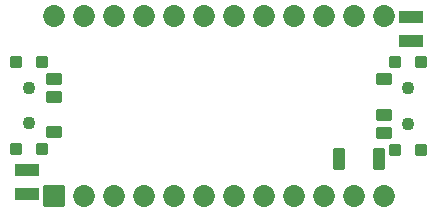
<source format=gbr>
%TF.GenerationSoftware,KiCad,Pcbnew,(6.0.6)*%
%TF.CreationDate,2022-10-25T19:30:22+11:00*%
%TF.ProjectId,battpack-double-ended,62617474-7061-4636-9b2d-646f75626c65,v1.0.0*%
%TF.SameCoordinates,Original*%
%TF.FileFunction,Soldermask,Bot*%
%TF.FilePolarity,Negative*%
%FSLAX46Y46*%
G04 Gerber Fmt 4.6, Leading zero omitted, Abs format (unit mm)*
G04 Created by KiCad (PCBNEW (6.0.6)) date 2022-10-25 19:30:22*
%MOMM*%
%LPD*%
G01*
G04 APERTURE LIST*
G04 Aperture macros list*
%AMRoundRect*
0 Rectangle with rounded corners*
0 $1 Rounding radius*
0 $2 $3 $4 $5 $6 $7 $8 $9 X,Y pos of 4 corners*
0 Add a 4 corners polygon primitive as box body*
4,1,4,$2,$3,$4,$5,$6,$7,$8,$9,$2,$3,0*
0 Add four circle primitives for the rounded corners*
1,1,$1+$1,$2,$3*
1,1,$1+$1,$4,$5*
1,1,$1+$1,$6,$7*
1,1,$1+$1,$8,$9*
0 Add four rect primitives between the rounded corners*
20,1,$1+$1,$2,$3,$4,$5,0*
20,1,$1+$1,$4,$5,$6,$7,0*
20,1,$1+$1,$6,$7,$8,$9,0*
20,1,$1+$1,$8,$9,$2,$3,0*%
G04 Aperture macros list end*
%ADD10RoundRect,0.050000X-1.000000X-0.500000X1.000000X-0.500000X1.000000X0.500000X-1.000000X0.500000X0*%
%ADD11RoundRect,0.050000X1.000000X0.500000X-1.000000X0.500000X-1.000000X-0.500000X1.000000X-0.500000X0*%
%ADD12RoundRect,0.050000X-0.450000X-0.850000X0.450000X-0.850000X0.450000X0.850000X-0.450000X0.850000X0*%
%ADD13C,1.100000*%
%ADD14C,1.852600*%
%ADD15RoundRect,0.050000X-0.876300X-0.876300X0.876300X-0.876300X0.876300X0.876300X-0.876300X0.876300X0*%
%ADD16RoundRect,0.050000X-0.450000X0.450000X-0.450000X-0.450000X0.450000X-0.450000X0.450000X0.450000X0*%
%ADD17RoundRect,0.050000X-0.625000X0.450000X-0.625000X-0.450000X0.625000X-0.450000X0.625000X0.450000X0*%
%ADD18RoundRect,0.050000X0.450000X-0.450000X0.450000X0.450000X-0.450000X0.450000X-0.450000X-0.450000X0*%
%ADD19RoundRect,0.050000X0.625000X-0.450000X0.625000X0.450000X-0.625000X0.450000X-0.625000X-0.450000X0*%
G04 APERTURE END LIST*
D10*
%TO.C,PAD2*%
X80100489Y-44600000D03*
%TD*%
D11*
%TO.C,PAD2*%
X47600000Y-55550000D03*
%TD*%
D12*
%TO.C,B2*%
X77426187Y-54600000D03*
X74026187Y-54600000D03*
%TD*%
D10*
%TO.C,PAD1*%
X80100489Y-42600000D03*
%TD*%
D13*
%TO.C,T2*%
X79887500Y-51600000D03*
X79887500Y-48600000D03*
%TD*%
%TO.C,T2*%
X47817752Y-48550000D03*
X47817752Y-51550000D03*
%TD*%
D14*
%TO.C,*%
X49880000Y-42480000D03*
X52420000Y-42480000D03*
X54960000Y-42480000D03*
X57500000Y-42480000D03*
X60040000Y-42480000D03*
X62580000Y-42480000D03*
X65120000Y-42480000D03*
X67660000Y-42480000D03*
X70200000Y-42480000D03*
X72740000Y-42480000D03*
X75280000Y-42480000D03*
X77820000Y-42480000D03*
X77820000Y-57720000D03*
X75280000Y-57720000D03*
X72740000Y-57720000D03*
X70200000Y-57720000D03*
X67660000Y-57720000D03*
X65120000Y-57720000D03*
X62580000Y-57720000D03*
X60040000Y-57720000D03*
X57500000Y-57720000D03*
X54960000Y-57720000D03*
X52420000Y-57720000D03*
D15*
X49880000Y-57720000D03*
%TD*%
D11*
%TO.C,PAD1*%
X47600000Y-57550000D03*
%TD*%
D16*
%TO.C,T1*%
X81000000Y-53800000D03*
X81000000Y-46400000D03*
D13*
X79900000Y-51600000D03*
X79900000Y-48600000D03*
D16*
X78800000Y-53800000D03*
X78800000Y-46400000D03*
D17*
X77825000Y-47850000D03*
X77825000Y-50850000D03*
X77825000Y-52350000D03*
%TD*%
D18*
%TO.C,T1*%
X46717752Y-46350000D03*
X46717752Y-53750000D03*
D13*
X47817752Y-48550000D03*
X47817752Y-51550000D03*
D18*
X48917752Y-46350000D03*
X48917752Y-53750000D03*
D19*
X49892752Y-52300000D03*
X49892752Y-49300000D03*
X49892752Y-47800000D03*
%TD*%
M02*

</source>
